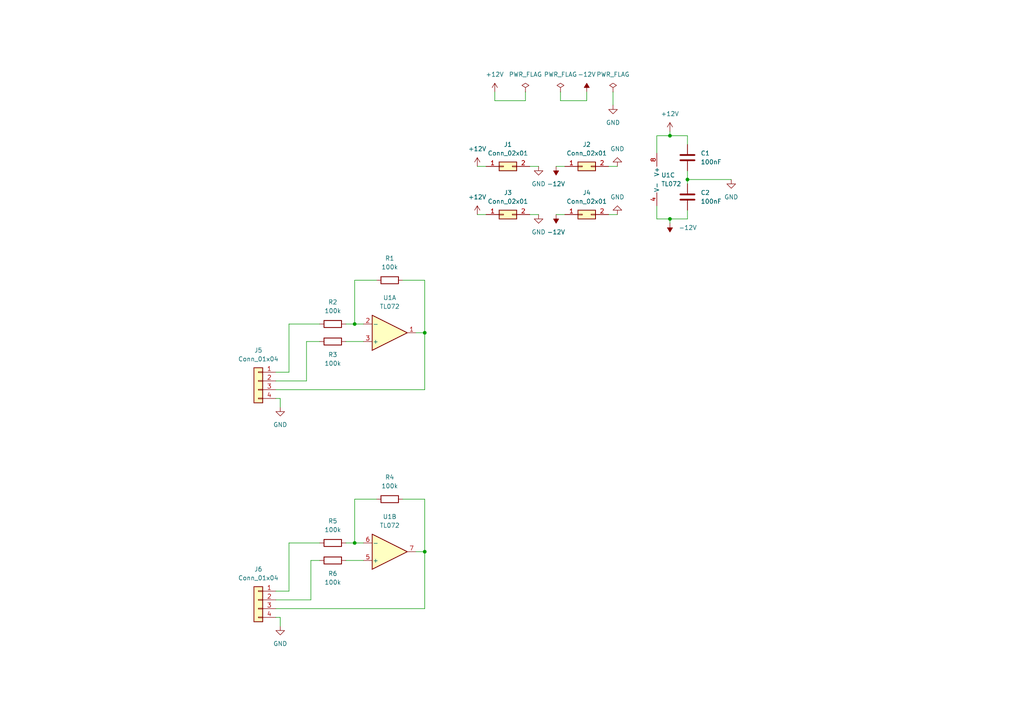
<source format=kicad_sch>
(kicad_sch (version 20211123) (generator eeschema)
  (paper "A4")
  (lib_symbols
    (symbol "Amplifier_Operational:TL072" (pin_names (offset 0.127))
      (property "Reference" "U" (at 0 5.08 0))
      (property "Value" "TL072" (at 0 -5.08 0))
      (symbol "TL072_1_1"
        (polyline (pts (xy -5.08 5.08) (xy 5.08 0) (xy -5.08 -5.08) (xy -5.08 5.08)) (stroke (width 0.254)) (fill (type background)))
        (pin output line (at 7.62 0 180) (length 2.54) (name "~") (number "1"))
        (pin input line (at -7.62 -2.54 0) (length 2.54) (name "-") (number "2"))
        (pin input line (at -7.62 2.54 0) (length 2.54) (name "+") (number "3"))
      )
      (symbol "TL072_2_1"
        (polyline (pts (xy -5.08 5.08) (xy 5.08 0) (xy -5.08 -5.08) (xy -5.08 5.08)) (stroke (width 0.254)) (fill (type background)))
        (pin input line (at -7.62 2.54 0) (length 2.54) (name "+") (number "5"))
        (pin input line (at -7.62 -2.54 0) (length 2.54) (name "-") (number "6"))
        (pin output line (at 7.62 0 180) (length 2.54) (name "~") (number "7"))
      )
      (symbol "TL072_3_1"
        (pin power_in line (at -2.54 -7.62 90) (length 3.81) (name "V-") (number "4"))
        (pin power_in line (at -2.54 7.62 270) (length 3.81) (name "V+") (number "8"))
      )
    )
    (symbol "Connector_Generic:Conn_01x04" (pin_names (offset 1.016) hide)
      (property "Reference" "J" (at 0 5.08 0))
      (property "Value" "Conn_01x04" (at 0 -7.62 0))
      (symbol "Conn_01x04_1_1"
        (rectangle (start -1.27 -4.953) (end 0 -5.207) (stroke (width 0.1524)))
        (rectangle (start -1.27 -2.413) (end 0 -2.667) (stroke (width 0.1524)))
        (rectangle (start -1.27 0.127) (end 0 -0.127) (stroke (width 0.1524)))
        (rectangle (start -1.27 2.667) (end 0 2.413) (stroke (width 0.1524)))
        (rectangle (start -1.27 3.81) (end 1.27 -6.35) (stroke (width 0.254)) (fill (type background)))
        (pin passive line (at -5.08 2.54 0) (length 3.81) (name "Pin_1") (number "1"))
        (pin passive line (at -5.08 0 0) (length 3.81) (name "Pin_2") (number "2"))
        (pin passive line (at -5.08 -2.54 0) (length 3.81) (name "Pin_3") (number "3"))
        (pin passive line (at -5.08 -5.08 0) (length 3.81) (name "Pin_4") (number "4"))
      )
    )
    (symbol "Connector_Generic:Conn_02x01" (pin_names (offset 1.016) hide)
      (property "Reference" "J" (at 1.27 2.54 0))
      (property "Value" "Conn_02x01" (at 1.27 -2.54 0))
      (symbol "Conn_02x01_1_1"
        (rectangle (start -1.27 0.127) (end 0 -0.127) (stroke (width 0.1524)))
        (rectangle (start -1.27 1.27) (end 3.81 -1.27) (stroke (width 0.254)) (fill (type background)))
        (rectangle (start 3.81 0.127) (end 2.54 -0.127) (stroke (width 0.1524)))
        (pin passive line (at -5.08 0 0) (length 3.81) (name "Pin_1") (number "1"))
        (pin passive line (at 7.62 0 180) (length 3.81) (name "Pin_2") (number "2"))
      )
    )
    (symbol "Device:C" (pin_numbers hide) (pin_names (offset 0.254))
      (property "Reference" "C" (at 0.635 2.54 0))
      (property "Value" "C" (at 0.635 -2.54 0))
      (symbol "C_0_1"
        (polyline (pts (xy -2.032 -0.762) (xy 2.032 -0.762)) (stroke (width 0.508)))
        (polyline (pts (xy -2.032 0.762) (xy 2.032 0.762)) (stroke (width 0.508)))
      )
      (symbol "C_1_1"
        (pin passive line (at 0 3.81 270) (length 2.794) (name "~") (number "1"))
        (pin passive line (at 0 -3.81 90) (length 2.794) (name "~") (number "2"))
      )
    )
    (symbol "Device:R" (pin_numbers hide) (pin_names (offset 0))
      (property "Reference" "R" (at 2.032 0 90))
      (property "Value" "R" (at 0 0 90))
      (symbol "R_0_1"
        (rectangle (start -1.016 -2.54) (end 1.016 2.54) (stroke (width 0.254)))
      )
      (symbol "R_1_1"
        (pin passive line (at 0 3.81 270) (length 1.27) (name "~") (number "1"))
        (pin passive line (at 0 -3.81 90) (length 1.27) (name "~") (number "2"))
      )
    )
    (symbol "power:+12V" (power) (pin_names (offset 0))
      (property "Value" "+12V" (at 0 3.556 0))
      (symbol "+12V_0_1"
        (polyline (pts (xy -0.762 1.27) (xy 0 2.54)))
        (polyline (pts (xy 0 0) (xy 0 2.54)))
        (polyline (pts (xy 0 2.54) (xy 0.762 1.27)))
      )
      (symbol "+12V_1_1"
        (pin power_in line (at 0 0 90) (length 0) hide (name "+12V") (number "1"))
      )
    )
    (symbol "power:-12V" (power) (pin_names (offset 0))
      (property "Value" "-12V" (at 0 3.81 0))
      (symbol "-12V_0_0"
        (pin power_in line (at 0 0 90) (length 0) hide (name "-12V") (number "1"))
      )
      (symbol "-12V_0_1"
        (polyline (pts (xy 0 0) (xy 0 1.27) (xy 0.762 1.27) (xy 0 2.54) (xy -0.762 1.27) (xy 0 1.27)) (fill (type outline)))
      )
    )
    (symbol "power:GND" (power) (pin_names (offset 0))
      (property "Value" "GND" (at 0 -3.81 0))
      (symbol "GND_0_1"
        (polyline (pts (xy 0 0) (xy 0 -1.27) (xy 1.27 -1.27) (xy 0 -2.54) (xy -1.27 -1.27) (xy 0 -1.27)))
      )
      (symbol "GND_1_1"
        (pin power_in line (at 0 0 270) (length 0) hide (name "GND") (number "1"))
      )
    )
    (symbol "power:PWR_FLAG" (power) (pin_numbers hide) (pin_names (offset 0) hide)
      (property "Value" "PWR_FLAG" (at 0 3.81 0))
      (symbol "PWR_FLAG_0_0"
        (pin power_out line (at 0 0 90) (length 0) (name "pwr") (number "1"))
      )
      (symbol "PWR_FLAG_0_1"
        (polyline (pts (xy 0 0) (xy 0 1.27) (xy -1.016 1.905) (xy 0 2.54) (xy 1.016 1.905) (xy 0 1.27)))
      )
    )
  )
  (junction (at 102.87 157.48))
  (junction (at 123.19 160.02))
  (junction (at 102.87 93.98))
  (junction (at 199.39 52.07))
  (junction (at 194.31 39.37))
  (junction (at 123.19 96.52))
  (junction (at 194.31 63.5))
  (wire (pts (xy 92.71 99.06) (xy 88.9 99.06)))
  (wire (pts (xy 102.87 93.98) (xy 102.87 81.28)))
  (wire (pts (xy 100.33 99.06) (xy 105.41 99.06)))
  (wire (pts (xy 80.01 110.49) (xy 88.9 110.49)))
  (wire (pts (xy 177.8 26.67) (xy 177.8 30.48)))
  (wire (pts (xy 80.01 113.03) (xy 123.19 113.03)))
  (wire (pts (xy 143.51 26.67) (xy 143.51 29.21)))
  (wire (pts (xy 123.19 160.02) (xy 123.19 176.53)))
  (wire (pts (xy 199.39 41.91) (xy 199.39 39.37)))
  (wire (pts (xy 162.56 26.67) (xy 162.56 29.21)))
  (wire (pts (xy 90.17 173.99) (xy 90.17 162.56)))
  (wire (pts (xy 105.41 93.98) (xy 102.87 93.98)))
  (wire (pts (xy 176.53 62.23) (xy 179.07 62.23)))
  (wire (pts (xy 83.82 107.95) (xy 83.82 93.98)))
  (wire (pts (xy 120.65 160.02) (xy 123.19 160.02)))
  (wire (pts (xy 152.4 26.67) (xy 152.4 29.21)))
  (wire (pts (xy 194.31 39.37) (xy 190.5 39.37)))
  (wire (pts (xy 190.5 39.37) (xy 190.5 44.45)))
  (wire (pts (xy 176.53 48.26) (xy 179.07 48.26)))
  (wire (pts (xy 161.29 62.23) (xy 163.83 62.23)))
  (wire (pts (xy 83.82 171.45) (xy 83.82 157.48)))
  (wire (pts (xy 123.19 160.02) (xy 123.19 144.78)))
  (wire (pts (xy 123.19 176.53) (xy 80.01 176.53)))
  (wire (pts (xy 80.01 171.45) (xy 83.82 171.45)))
  (wire (pts (xy 80.01 179.07) (xy 81.28 179.07)))
  (wire (pts (xy 80.01 173.99) (xy 90.17 173.99)))
  (wire (pts (xy 153.67 48.26) (xy 156.21 48.26)))
  (wire (pts (xy 194.31 63.5) (xy 194.31 64.77)))
  (wire (pts (xy 90.17 162.56) (xy 92.71 162.56)))
  (wire (pts (xy 162.56 29.21) (xy 170.18 29.21)))
  (wire (pts (xy 123.19 96.52) (xy 123.19 113.03)))
  (wire (pts (xy 88.9 99.06) (xy 88.9 110.49)))
  (wire (pts (xy 116.84 81.28) (xy 123.19 81.28)))
  (wire (pts (xy 80.01 115.57) (xy 81.28 115.57)))
  (wire (pts (xy 100.33 157.48) (xy 102.87 157.48)))
  (wire (pts (xy 100.33 93.98) (xy 102.87 93.98)))
  (wire (pts (xy 100.33 162.56) (xy 105.41 162.56)))
  (wire (pts (xy 109.22 144.78) (xy 102.87 144.78)))
  (wire (pts (xy 116.84 144.78) (xy 123.19 144.78)))
  (wire (pts (xy 120.65 96.52) (xy 123.19 96.52)))
  (wire (pts (xy 153.67 62.23) (xy 156.21 62.23)))
  (wire (pts (xy 170.18 26.67) (xy 170.18 29.21)))
  (wire (pts (xy 102.87 81.28) (xy 109.22 81.28)))
  (wire (pts (xy 138.43 62.23) (xy 140.97 62.23)))
  (wire (pts (xy 161.29 48.26) (xy 163.83 48.26)))
  (wire (pts (xy 194.31 38.1) (xy 194.31 39.37)))
  (wire (pts (xy 81.28 118.11) (xy 81.28 115.57)))
  (wire (pts (xy 199.39 52.07) (xy 212.09 52.07)))
  (wire (pts (xy 83.82 157.48) (xy 92.71 157.48)))
  (wire (pts (xy 199.39 63.5) (xy 199.39 60.96)))
  (wire (pts (xy 102.87 157.48) (xy 105.41 157.48)))
  (wire (pts (xy 83.82 93.98) (xy 92.71 93.98)))
  (wire (pts (xy 190.5 59.69) (xy 190.5 63.5)))
  (wire (pts (xy 190.5 63.5) (xy 194.31 63.5)))
  (wire (pts (xy 138.43 48.26) (xy 140.97 48.26)))
  (wire (pts (xy 199.39 52.07) (xy 199.39 53.34)))
  (wire (pts (xy 199.39 49.53) (xy 199.39 52.07)))
  (wire (pts (xy 81.28 181.61) (xy 81.28 179.07)))
  (wire (pts (xy 102.87 144.78) (xy 102.87 157.48)))
  (wire (pts (xy 199.39 39.37) (xy 194.31 39.37)))
  (wire (pts (xy 152.4 29.21) (xy 143.51 29.21)))
  (wire (pts (xy 194.31 63.5) (xy 199.39 63.5)))
  (wire (pts (xy 123.19 81.28) (xy 123.19 96.52)))
  (wire (pts (xy 80.01 107.95) (xy 83.82 107.95)))
  (symbol (lib_id "Device:R") (at 113.03 144.78 90) (unit 1)
    (property "Reference" "R4" (at 113.03 138.43 90))
    (property "Value" "100k" (at 113.03 140.97 90))
    (property "Footprint" "Resistor_THT:R_Axial_DIN0207_L6.3mm_D2.5mm_P2.54mm_Vertical" (effects hide))
  )
  (symbol (lib_id "Amplifier_Operational:TL072") (at 193.04 52.07 0) (unit 3)
    (property "Reference" "U1" (at 191.77 50.7999 0) (effects (justify left)))
    (property "Value" "TL072" (at 191.77 53.3399 0) (effects (justify left)))
    (property "Footprint" "Package_DIP:DIP-8_W7.62mm_Socket" (effects hide))
    (property "Datasheet" "http://www.ti.com/lit/ds/symlink/tl071.pdf" (effects hide))
  )
  (symbol (lib_id "power:GND") (at 179.07 48.26 0) (mirror x) (unit 1)
    (property "Reference" "#PWR08" (effects hide))
    (property "Value" "GND" (at 179.07 43.18 0))
  )
  (symbol (lib_id "power:+12V") (at 138.43 48.26 0) (unit 1)
    (property "Reference" "#PWR05" (effects hide))
    (property "Value" "+12V" (at 138.43 43.18 0))
  )
  (symbol (lib_id "Device:C") (at 199.39 57.15 0) (unit 1)
    (property "Reference" "C2" (at 203.2 55.8799 0) (effects (justify left)))
    (property "Value" "100nF" (at 203.2 58.4199 0) (effects (justify left)))
    (property "Footprint" "Capacitor_THT:C_Disc_D4.7mm_W2.5mm_P5.00mm" (effects hide))
  )
  (symbol (lib_id "power:-12V") (at 170.18 26.67 0) (unit 1)
    (property "Reference" "#PWR02" (effects hide))
    (property "Value" "-12V" (at 170.18 21.59 0))
  )
  (symbol (lib_id "power:GND") (at 179.07 62.23 0) (mirror x) (unit 1)
    (property "Reference" "#PWR013" (effects hide))
    (property "Value" "GND" (at 179.07 57.15 0))
  )
  (symbol (lib_id "Connector_Generic:Conn_02x01") (at 168.91 62.23 0) (unit 1)
    (property "Reference" "J4" (at 170.18 55.88 0))
    (property "Value" "Conn_02x01" (at 170.18 58.42 0))
    (property "Footprint" "Connector_PinHeader_2.54mm:PinHeader_2x01_P2.54mm_Vertical" (effects hide))
  )
  (symbol (lib_id "power:GND") (at 81.28 118.11 0) (unit 1)
    (property "Reference" "#PWR015" (effects hide))
    (property "Value" "GND" (at 81.28 123.19 0))
  )
  (symbol (lib_id "Device:R") (at 96.52 93.98 90) (unit 1)
    (property "Reference" "R2" (at 96.52 87.63 90))
    (property "Value" "100k" (at 96.52 90.17 90))
    (property "Footprint" "Resistor_THT:R_Axial_DIN0207_L6.3mm_D2.5mm_P2.54mm_Vertical" (effects hide))
  )
  (symbol (lib_id "Device:R") (at 113.03 81.28 90) (unit 1)
    (property "Reference" "R1" (at 113.03 74.93 90))
    (property "Value" "100k" (at 113.03 77.47 90))
    (property "Footprint" "Resistor_THT:R_Axial_DIN0207_L6.3mm_D2.5mm_P2.54mm_Vertical" (effects hide))
  )
  (symbol (lib_id "power:PWR_FLAG") (at 177.8 26.67 0) (unit 1)
    (property "Reference" "#FLG03" (effects hide))
    (property "Value" "PWR_FLAG" (at 177.8 21.59 0))
  )
  (symbol (lib_id "power:-12V") (at 161.29 62.23 0) (mirror x) (unit 1)
    (property "Reference" "#PWR012" (effects hide))
    (property "Value" "-12V" (at 161.29 67.31 0))
  )
  (symbol (lib_id "power:PWR_FLAG") (at 152.4 26.67 0) (unit 1)
    (property "Reference" "#FLG01" (effects hide))
    (property "Value" "PWR_FLAG" (at 152.4 21.59 0))
  )
  (symbol (lib_id "power:-12V") (at 161.29 48.26 0) (mirror x) (unit 1)
    (property "Reference" "#PWR07" (effects hide))
    (property "Value" "-12V" (at 161.29 53.34 0))
  )
  (symbol (lib_id "Connector_Generic:Conn_01x04") (at 74.93 173.99 0) (mirror y) (unit 1)
    (property "Reference" "J6" (at 74.93 165.1 0))
    (property "Value" "Conn_01x04" (at 74.93 167.64 0))
    (property "Footprint" "Connector_PinHeader_2.54mm:PinHeader_1x04_P2.54mm_Vertical" (effects hide))
  )
  (symbol (lib_id "power:-12V") (at 194.31 64.77 180) (unit 1)
    (property "Reference" "#PWR014" (effects hide))
    (property "Value" "-12V" (at 196.85 66.0399 0) (effects (justify right)))
  )
  (symbol (lib_id "power:+12V") (at 194.31 38.1 0) (unit 1)
    (property "Reference" "#PWR04" (effects hide))
    (property "Value" "+12V" (at 194.31 33.02 0))
  )
  (symbol (lib_id "Amplifier_Operational:TL072") (at 113.03 96.52 0) (mirror x) (unit 1)
    (property "Reference" "U1" (at 113.03 86.36 0))
    (property "Value" "TL072" (at 113.03 88.9 0))
    (property "Footprint" "Package_DIP:DIP-8_W7.62mm_Socket" (effects hide))
    (property "Datasheet" "http://www.ti.com/lit/ds/symlink/tl071.pdf" (effects hide))
  )
  (symbol (lib_id "Device:R") (at 96.52 162.56 90) (unit 1)
    (property "Reference" "R6" (at 96.52 166.37 90))
    (property "Value" "100k" (at 96.52 168.91 90))
    (property "Footprint" "Resistor_THT:R_Axial_DIN0207_L6.3mm_D2.5mm_P2.54mm_Vertical" (effects hide))
  )
  (symbol (lib_id "power:GND") (at 156.21 62.23 0) (unit 1)
    (property "Reference" "#PWR011" (effects hide))
    (property "Value" "GND" (at 156.21 67.31 0))
  )
  (symbol (lib_id "Connector_Generic:Conn_01x04") (at 74.93 110.49 0) (mirror y) (unit 1)
    (property "Reference" "J5" (at 74.93 101.6 0))
    (property "Value" "Conn_01x04" (at 74.93 104.14 0))
    (property "Footprint" "Connector_PinHeader_2.54mm:PinHeader_1x04_P2.54mm_Vertical" (effects hide))
  )
  (symbol (lib_id "power:GND") (at 156.21 48.26 0) (unit 1)
    (property "Reference" "#PWR06" (effects hide))
    (property "Value" "GND" (at 156.21 53.34 0))
  )
  (symbol (lib_id "power:GND") (at 177.8 30.48 0) (unit 1)
    (property "Reference" "#PWR03" (effects hide))
    (property "Value" "GND" (at 177.8 35.56 0))
  )
  (symbol (lib_id "power:GND") (at 81.28 181.61 0) (unit 1)
    (property "Reference" "#PWR016" (effects hide))
    (property "Value" "GND" (at 81.28 186.69 0))
  )
  (symbol (lib_id "Amplifier_Operational:TL072") (at 113.03 160.02 0) (mirror x) (unit 2)
    (property "Reference" "U1" (at 113.03 149.86 0))
    (property "Value" "TL072" (at 113.03 152.4 0))
    (property "Footprint" "Package_DIP:DIP-8_W7.62mm_Socket" (effects hide))
    (property "Datasheet" "http://www.ti.com/lit/ds/symlink/tl071.pdf" (effects hide))
  )
  (symbol (lib_id "Connector_Generic:Conn_02x01") (at 168.91 48.26 0) (unit 1)
    (property "Reference" "J2" (at 170.18 41.91 0))
    (property "Value" "Conn_02x01" (at 170.18 44.45 0))
    (property "Footprint" "Connector_PinHeader_2.54mm:PinHeader_2x01_P2.54mm_Vertical" (effects hide))
  )
  (symbol (lib_id "Connector_Generic:Conn_02x01") (at 146.05 48.26 0) (unit 1)
    (property "Reference" "J1" (at 147.32 41.91 0))
    (property "Value" "Conn_02x01" (at 147.32 44.45 0))
    (property "Footprint" "Connector_PinHeader_2.54mm:PinHeader_2x01_P2.54mm_Vertical" (effects hide))
  )
  (symbol (lib_id "power:GND") (at 212.09 52.07 0) (unit 1)
    (property "Reference" "#PWR09" (effects hide))
    (property "Value" "GND" (at 212.09 57.15 0))
  )
  (symbol (lib_id "power:+12V") (at 143.51 26.67 0) (unit 1)
    (property "Reference" "#PWR01" (effects hide))
    (property "Value" "+12V" (at 143.51 21.59 0))
  )
  (symbol (lib_id "Connector_Generic:Conn_02x01") (at 146.05 62.23 0) (unit 1)
    (property "Reference" "J3" (at 147.32 55.88 0))
    (property "Value" "Conn_02x01" (at 147.32 58.42 0))
    (property "Footprint" "Connector_PinHeader_2.54mm:PinHeader_2x01_P2.54mm_Vertical" (effects hide))
  )
  (symbol (lib_id "Device:C") (at 199.39 45.72 0) (unit 1)
    (property "Reference" "C1" (at 203.2 44.4499 0) (effects (justify left)))
    (property "Value" "100nF" (at 203.2 46.9899 0) (effects (justify left)))
    (property "Footprint" "Capacitor_THT:C_Disc_D4.7mm_W2.5mm_P5.00mm" (effects hide))
  )
  (symbol (lib_id "Device:R") (at 96.52 99.06 90) (unit 1)
    (property "Reference" "R3" (at 96.52 102.87 90))
    (property "Value" "100k" (at 96.52 105.41 90))
    (property "Footprint" "Resistor_THT:R_Axial_DIN0207_L6.3mm_D2.5mm_P2.54mm_Vertical" (effects hide))
  )
  (symbol (lib_id "power:+12V") (at 138.43 62.23 0) (unit 1)
    (property "Reference" "#PWR010" (effects hide))
    (property "Value" "+12V" (at 138.43 57.15 0))
  )
  (symbol (lib_id "Device:R") (at 96.52 157.48 90) (unit 1)
    (property "Reference" "R5" (at 96.52 151.13 90))
    (property "Value" "100k" (at 96.52 153.67 90))
    (property "Footprint" "Resistor_THT:R_Axial_DIN0207_L6.3mm_D2.5mm_P2.54mm_Vertical" (effects hide))
  )
  (symbol (lib_id "power:PWR_FLAG") (at 162.56 26.67 0) (unit 1)
    (property "Reference" "#FLG02" (effects hide))
    (property "Value" "PWR_FLAG" (at 162.56 21.59 0))
  )
)
</source>
